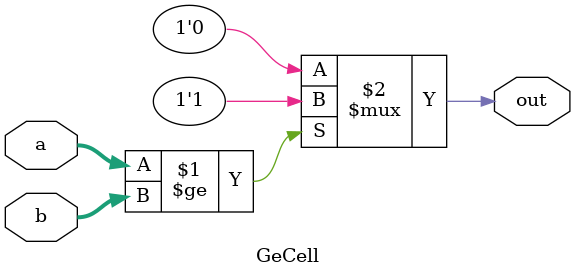
<source format=v>
module GeCell( a, b, out);

	input [3:0] a;
	input [3:0] b;
	output out;
	wire out;

	assign out = a >= b ? 1'b1 : 1'b0;

	//assign out = a & b & c;
	//assign out = AND(a, b, c);
  	//and(out, a,b,c);

endmodule

</source>
